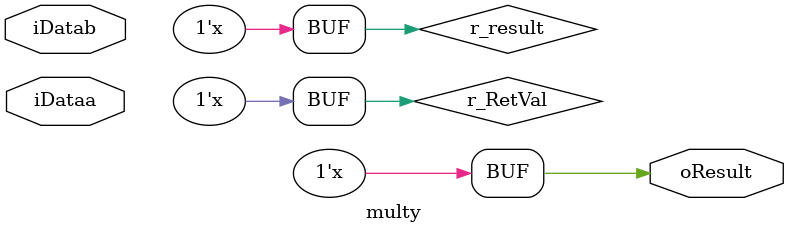
<source format=v>
module multy (
    iDataa,
    iDatab,

    oResult
);

parameter demention_dataa = 1;
parameter demention_datab = 1;

input      [demention_dataa-1:0] iDataa;
input      [demention_datab-1:0] iDatab;

output     [demention_dataa+demention_datab-2:0] oResult;

reg [demention_dataa+demention_datab-2:0] r_result; 
reg [demention_dataa+demention_datab-2:0] r_RetVal;
  
assign oResult = r_RetVal;

always @(iDataa, iDatab) begin
    r_result <= iDataa[demention_dataa-2:0] * iDatab[demention_datab-2:0]; 
end
  
always @(r_result) begin                          //  Any time the result changes, we need to recompute the sign bit,
    r_RetVal[demention_dataa+demention_datab-2] <= iDataa[demention_dataa-1] ^ iDatab[demention_datab-1]; //    which is the XOR of the input sign bits...  (you do the truth table...)
    r_RetVal[demention_dataa+demention_datab-3:0] <= r_result[demention_dataa+demention_datab-3:0];               //  And we also need to push the proper N bits of result up to 
end

endmodule
</source>
